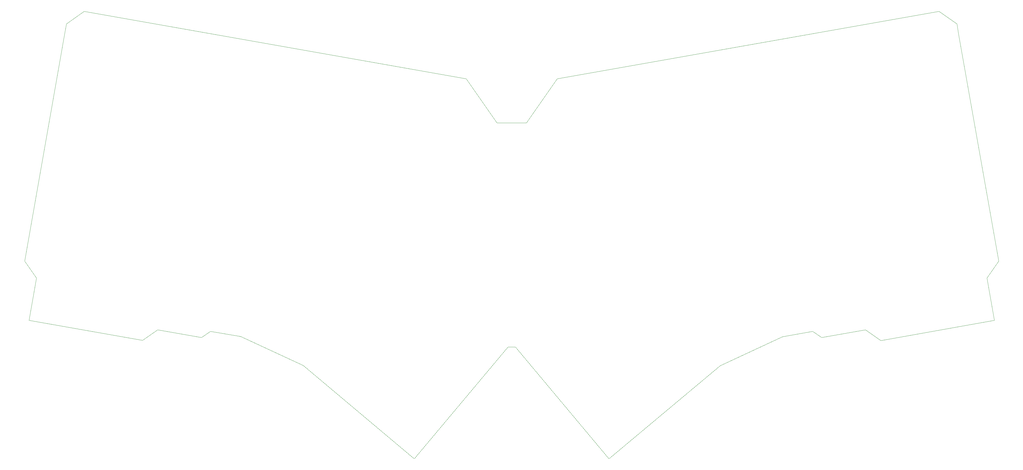
<source format=gm1>
G04 #@! TF.GenerationSoftware,KiCad,Pcbnew,8.0.3*
G04 #@! TF.CreationDate,2024-07-15T09:39:08-04:00*
G04 #@! TF.ProjectId,reJESK,72654a45-534b-42e6-9b69-6361645f7063,1.0*
G04 #@! TF.SameCoordinates,Original*
G04 #@! TF.FileFunction,Profile,NP*
%FSLAX46Y46*%
G04 Gerber Fmt 4.6, Leading zero omitted, Abs format (unit mm)*
G04 Created by KiCad (PCBNEW 8.0.3) date 2024-07-15 09:39:08*
%MOMM*%
%LPD*%
G01*
G04 APERTURE LIST*
G04 #@! TA.AperFunction,Profile*
%ADD10C,0.100000*%
G04 #@! TD*
G04 APERTURE END LIST*
D10*
X366252609Y-145905639D02*
X363782637Y-131897738D01*
X201927734Y-80639617D02*
X191755795Y-66112578D01*
X201927734Y-80639617D02*
X211638801Y-80670991D01*
X174668443Y-191542953D02*
X205540270Y-154687879D01*
X174543372Y-191520901D02*
X137916386Y-160818248D01*
X59101234Y-51233306D02*
X45869243Y-126275653D01*
X328731434Y-152521635D02*
X366252609Y-145905639D01*
X306278555Y-149516887D02*
X309221034Y-151577233D01*
X47313928Y-145874267D02*
X84835103Y-152490260D01*
X275650152Y-160849624D02*
X239023165Y-191552276D01*
X221810740Y-66143955D02*
X211638801Y-80670991D01*
X367697294Y-126307027D02*
X354465303Y-51264681D01*
X208026270Y-154719254D02*
X238898094Y-191574329D01*
X296272909Y-151281153D02*
X275650152Y-160849624D01*
X84835103Y-152490260D02*
X89837315Y-148987673D01*
X348006960Y-43892157D02*
X353891916Y-48012845D01*
X238898094Y-191574329D02*
X239023165Y-191552276D01*
X354465303Y-51264681D02*
X353891916Y-48012845D01*
X89837315Y-148987673D02*
X104345504Y-151545858D01*
X363782637Y-131897738D02*
X367697294Y-126307027D01*
X49783899Y-131866362D02*
X47313928Y-145874267D01*
X323729221Y-149019047D02*
X328731434Y-152521635D01*
X306278555Y-149516887D02*
X296272909Y-151281153D01*
X348006960Y-43892157D02*
X221810740Y-66143955D01*
X174543372Y-191520901D02*
X174668443Y-191542953D01*
X309221034Y-151577233D02*
X323729221Y-149019047D01*
X59674619Y-47981473D02*
X59101234Y-51233306D01*
X59674619Y-47981473D02*
X65559576Y-43860780D01*
X208026270Y-154719254D02*
X205540270Y-154687879D01*
X45869243Y-126275653D02*
X49783899Y-131866362D01*
X191755795Y-66112578D02*
X65559576Y-43860780D01*
X137916386Y-160818248D02*
X117293628Y-151249779D01*
X104345504Y-151545858D02*
X107287981Y-149485514D01*
X117293628Y-151249779D02*
X107287981Y-149485514D01*
M02*

</source>
